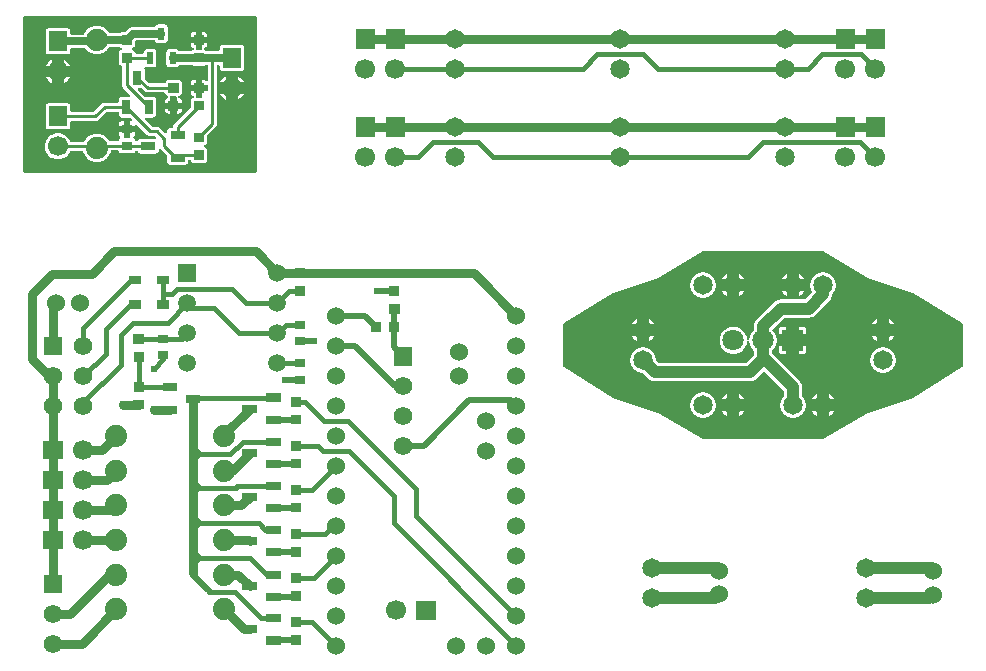
<source format=gtl>
G04 Layer: TopLayer*
G04 EasyEDA v6.4.25, 2021-12-23T21:53:31+01:00*
G04 8dbf8c46b5b441d7b08fc360c6495019,7d3f4a13764643a7838717c5c1d40531,10*
G04 Gerber Generator version 0.2*
G04 Scale: 100 percent, Rotated: No, Reflected: No *
G04 Dimensions in inches *
G04 leading zeros omitted , absolute positions ,3 integer and 6 decimal *
%FSLAX36Y36*%
%MOIN*%

%ADD10C,0.0100*%
%ADD11C,0.0150*%
%ADD12C,0.0300*%
%ADD13C,0.0200*%
%ADD14C,0.0250*%
%ADD15C,0.0400*%
%ADD16C,0.0240*%
%ADD17R,0.0340X0.0318*%
%ADD18R,0.0492X0.0276*%
%ADD20R,0.0354X0.0315*%
%ADD21R,0.0276X0.0492*%
%ADD22R,0.0209X0.0416*%
%ADD23R,0.0394X0.0295*%
%ADD24C,0.0740*%
%ADD25C,0.0600*%
%ADD26C,0.0650*%
%ADD28C,0.0669*%
%ADD29R,0.0620X0.0669*%
%ADD30C,0.0620*%
%ADD31R,0.0620X0.0620*%
%ADD32R,0.0591X0.0591*%
%ADD33C,0.0591*%
%ADD35C,0.0709*%

%LPD*%
G36*
X14200Y1712500D02*
G01*
X12660Y1712800D01*
X11379Y1713680D01*
X10500Y1714960D01*
X10200Y1716500D01*
X10200Y2229540D01*
X10500Y2231080D01*
X11379Y2232380D01*
X12660Y2233240D01*
X14200Y2233540D01*
X783500Y2233540D01*
X785040Y2233240D01*
X786320Y2232380D01*
X787200Y2231080D01*
X787500Y2229540D01*
X787500Y1716500D01*
X787200Y1714960D01*
X786320Y1713680D01*
X785040Y1712800D01*
X783500Y1712500D01*
G37*

%LPC*%
G36*
X499820Y1738620D02*
G01*
X548580Y1738620D01*
X551080Y1738899D01*
X553220Y1739660D01*
X555160Y1740860D01*
X556760Y1742480D01*
X557980Y1744400D01*
X558720Y1746560D01*
X559000Y1749040D01*
X559000Y1751140D01*
X559320Y1752660D01*
X560180Y1753959D01*
X561480Y1754840D01*
X563000Y1755140D01*
X564200Y1755140D01*
X565800Y1754800D01*
X567140Y1753860D01*
X567980Y1752460D01*
X568820Y1750060D01*
X570040Y1748120D01*
X571640Y1746519D01*
X573580Y1745300D01*
X575720Y1744540D01*
X578220Y1744259D01*
X611780Y1744259D01*
X614280Y1744540D01*
X616420Y1745300D01*
X618360Y1746519D01*
X619960Y1748120D01*
X621180Y1750060D01*
X621920Y1752200D01*
X622200Y1754700D01*
X622200Y1786000D01*
X621920Y1788480D01*
X621180Y1790640D01*
X619960Y1792560D01*
X618360Y1794180D01*
X616420Y1795380D01*
X614040Y1796220D01*
X612640Y1797060D01*
X611680Y1798400D01*
X611360Y1800000D01*
X611680Y1801600D01*
X612640Y1802940D01*
X614040Y1803779D01*
X616420Y1804620D01*
X618360Y1805820D01*
X619960Y1807440D01*
X621180Y1809360D01*
X621920Y1811519D01*
X622200Y1814000D01*
X622200Y1833720D01*
X622520Y1835240D01*
X623380Y1836540D01*
X650600Y1863779D01*
X652620Y1866220D01*
X654020Y1868860D01*
X654880Y1871699D01*
X655200Y1874860D01*
X655200Y2068300D01*
X655500Y2069840D01*
X656380Y2071120D01*
X657660Y2072000D01*
X659800Y2072300D01*
X661340Y2072000D01*
X662620Y2071120D01*
X663500Y2069840D01*
X663800Y2068300D01*
X663800Y2061759D01*
X664080Y2059280D01*
X664840Y2057120D01*
X666040Y2055200D01*
X667660Y2053580D01*
X669580Y2052360D01*
X671740Y2051620D01*
X674220Y2051339D01*
X735780Y2051339D01*
X738259Y2051620D01*
X740420Y2052360D01*
X742340Y2053580D01*
X743960Y2055200D01*
X745160Y2057120D01*
X745920Y2059280D01*
X746200Y2061759D01*
X746200Y2128240D01*
X745920Y2130720D01*
X745160Y2132880D01*
X743960Y2134800D01*
X742340Y2136420D01*
X740420Y2137640D01*
X738259Y2138380D01*
X735780Y2138660D01*
X674220Y2138660D01*
X671740Y2138380D01*
X669580Y2137640D01*
X667660Y2136420D01*
X666040Y2134800D01*
X664840Y2132880D01*
X664080Y2130720D01*
X663800Y2128240D01*
X663800Y2121700D01*
X663500Y2120160D01*
X662620Y2118880D01*
X661340Y2118000D01*
X659800Y2117700D01*
X621480Y2117700D01*
X619960Y2118000D01*
X618360Y2119180D01*
X616420Y2120380D01*
X614040Y2121220D01*
X612640Y2122060D01*
X611680Y2123400D01*
X611360Y2125000D01*
X611680Y2126600D01*
X612640Y2127940D01*
X614040Y2128780D01*
X616420Y2129620D01*
X618360Y2130820D01*
X619960Y2132440D01*
X621180Y2134360D01*
X621920Y2136520D01*
X622200Y2139000D01*
X622200Y2144220D01*
X606000Y2144220D01*
X606000Y2125420D01*
X605700Y2123880D01*
X604840Y2122600D01*
X603540Y2121720D01*
X602000Y2121420D01*
X588000Y2121420D01*
X586460Y2121720D01*
X585160Y2122600D01*
X584300Y2123880D01*
X584000Y2125420D01*
X584000Y2144220D01*
X567800Y2144220D01*
X567800Y2139000D01*
X568080Y2136520D01*
X568820Y2134360D01*
X570040Y2132440D01*
X571640Y2130820D01*
X573580Y2129620D01*
X575960Y2128780D01*
X577360Y2127940D01*
X578320Y2126600D01*
X578640Y2125000D01*
X578320Y2123400D01*
X577360Y2122060D01*
X575960Y2121220D01*
X573580Y2120380D01*
X570360Y2118340D01*
X568860Y2118040D01*
X530000Y2118040D01*
X528680Y2118260D01*
X527520Y2118920D01*
X526620Y2119920D01*
X525820Y2121160D01*
X524219Y2122780D01*
X522280Y2124000D01*
X520140Y2124740D01*
X517640Y2125020D01*
X497160Y2125020D01*
X494660Y2124740D01*
X492520Y2124000D01*
X490580Y2122780D01*
X488980Y2121160D01*
X487760Y2119240D01*
X487000Y2117080D01*
X486719Y2114600D01*
X486719Y2103980D01*
X486460Y2102520D01*
X485660Y2100460D01*
X484880Y2096800D01*
X484739Y2093060D01*
X485200Y2089340D01*
X486620Y2084800D01*
X486719Y2083880D01*
X486719Y2073420D01*
X487000Y2070920D01*
X487760Y2068779D01*
X488980Y2066840D01*
X490580Y2065240D01*
X492520Y2064019D01*
X494660Y2063260D01*
X497160Y2062980D01*
X517640Y2062980D01*
X520140Y2063260D01*
X522280Y2064019D01*
X524219Y2065240D01*
X525820Y2066840D01*
X527040Y2068779D01*
X527460Y2069960D01*
X528300Y2071360D01*
X529640Y2072300D01*
X531240Y2072640D01*
X568860Y2072640D01*
X570360Y2072340D01*
X573580Y2070300D01*
X575720Y2069540D01*
X578220Y2069259D01*
X611780Y2069259D01*
X614280Y2069540D01*
X616440Y2070300D01*
X618700Y2071699D01*
X620280Y2072260D01*
X621960Y2072120D01*
X623440Y2071300D01*
X624440Y2069940D01*
X624800Y2068300D01*
X624800Y2021680D01*
X624440Y2020020D01*
X623440Y2018660D01*
X621960Y2017840D01*
X620260Y2017700D01*
X618680Y2018280D01*
X616420Y2019700D01*
X614280Y2020460D01*
X611780Y2020740D01*
X606000Y2020740D01*
X606000Y2005100D01*
X620800Y2005100D01*
X622340Y2004780D01*
X623620Y2003920D01*
X624500Y2002620D01*
X624800Y2001100D01*
X624800Y1988220D01*
X624500Y1986680D01*
X623620Y1985380D01*
X622340Y1984520D01*
X620800Y1984220D01*
X606000Y1984220D01*
X606000Y1965420D01*
X605700Y1963880D01*
X604840Y1962600D01*
X603540Y1961720D01*
X602000Y1961420D01*
X588000Y1961420D01*
X586460Y1961720D01*
X585160Y1962600D01*
X584300Y1963880D01*
X584000Y1965420D01*
X584000Y1984220D01*
X567800Y1984220D01*
X567800Y1979000D01*
X568080Y1976519D01*
X568820Y1974360D01*
X570040Y1972440D01*
X571640Y1970820D01*
X573580Y1969620D01*
X575960Y1968779D01*
X577360Y1967940D01*
X578320Y1966600D01*
X578640Y1965000D01*
X578320Y1963400D01*
X577360Y1962060D01*
X575960Y1961220D01*
X573580Y1960380D01*
X571640Y1959180D01*
X570040Y1957560D01*
X568820Y1955640D01*
X568080Y1953480D01*
X567800Y1951000D01*
X567800Y1931279D01*
X567480Y1929760D01*
X566620Y1928460D01*
X513600Y1875420D01*
X511580Y1872980D01*
X510180Y1870340D01*
X509320Y1867500D01*
X509060Y1864980D01*
X508660Y1863580D01*
X507760Y1862420D01*
X506520Y1861639D01*
X505080Y1861380D01*
X499820Y1861380D01*
X497320Y1861100D01*
X495180Y1860340D01*
X493240Y1859139D01*
X491640Y1857520D01*
X490420Y1855600D01*
X489680Y1853440D01*
X489400Y1850960D01*
X489400Y1846759D01*
X489080Y1845220D01*
X488220Y1843940D01*
X486920Y1843060D01*
X485400Y1842760D01*
X483860Y1843060D01*
X482560Y1843940D01*
X465880Y1860600D01*
X463440Y1862620D01*
X460800Y1864019D01*
X457960Y1864880D01*
X454799Y1865200D01*
X441360Y1865200D01*
X439820Y1865500D01*
X438519Y1866380D01*
X415740Y1889160D01*
X414860Y1890460D01*
X414560Y1892000D01*
X414860Y1893520D01*
X415740Y1894820D01*
X417040Y1895680D01*
X418560Y1896000D01*
X440959Y1896000D01*
X443440Y1896279D01*
X445600Y1897020D01*
X447520Y1898240D01*
X449140Y1899840D01*
X450340Y1901780D01*
X451100Y1903920D01*
X451380Y1906420D01*
X451380Y1955180D01*
X451100Y1957680D01*
X450340Y1959820D01*
X449140Y1961759D01*
X447520Y1963360D01*
X445600Y1964580D01*
X443440Y1965320D01*
X440959Y1965600D01*
X415740Y1965600D01*
X414219Y1965920D01*
X412920Y1966780D01*
X392140Y1987560D01*
X391260Y1988860D01*
X390959Y1990400D01*
X391260Y1991920D01*
X392140Y1993220D01*
X393440Y1994079D01*
X394960Y1994400D01*
X401659Y1994400D01*
X403180Y1994079D01*
X404480Y1993220D01*
X413660Y1984060D01*
X416100Y1982040D01*
X418740Y1980640D01*
X421580Y1979780D01*
X424739Y1979460D01*
X479200Y1979460D01*
X480800Y1979120D01*
X482140Y1978180D01*
X482980Y1976780D01*
X483820Y1974360D01*
X485040Y1972440D01*
X486640Y1970820D01*
X488579Y1969620D01*
X490959Y1968779D01*
X492360Y1967940D01*
X493320Y1966600D01*
X493640Y1965000D01*
X493320Y1963400D01*
X492360Y1962060D01*
X490959Y1961220D01*
X488579Y1960380D01*
X486640Y1959180D01*
X485040Y1957560D01*
X483820Y1955640D01*
X483080Y1953480D01*
X482800Y1951000D01*
X482800Y1945780D01*
X499000Y1945780D01*
X499000Y1964580D01*
X499300Y1966120D01*
X500160Y1967400D01*
X501460Y1968280D01*
X503000Y1968580D01*
X517000Y1968580D01*
X518540Y1968280D01*
X519840Y1967400D01*
X520700Y1966120D01*
X521000Y1964580D01*
X521000Y1945780D01*
X537200Y1945780D01*
X537200Y1951000D01*
X536920Y1953480D01*
X536180Y1955640D01*
X534960Y1957560D01*
X533360Y1959180D01*
X531420Y1960380D01*
X529040Y1961220D01*
X527640Y1962060D01*
X526680Y1963400D01*
X526360Y1965000D01*
X526680Y1966600D01*
X527640Y1967940D01*
X529040Y1968779D01*
X531420Y1969620D01*
X533360Y1970820D01*
X534960Y1972440D01*
X536180Y1974360D01*
X536920Y1976519D01*
X537200Y1979000D01*
X537200Y2010300D01*
X536920Y2012800D01*
X536180Y2014940D01*
X534960Y2016879D01*
X533360Y2018480D01*
X531420Y2019700D01*
X529280Y2020460D01*
X526780Y2020740D01*
X493220Y2020740D01*
X490720Y2020460D01*
X488579Y2019700D01*
X486640Y2018480D01*
X485040Y2016879D01*
X483820Y2014940D01*
X482980Y2012540D01*
X482140Y2011140D01*
X480800Y2010200D01*
X479200Y2009860D01*
X432500Y2009860D01*
X430959Y2010160D01*
X429660Y2011040D01*
X415160Y2025540D01*
X414280Y2026840D01*
X413980Y2028380D01*
X413980Y2053580D01*
X413700Y2056080D01*
X412420Y2059760D01*
X412560Y2061360D01*
X413320Y2062780D01*
X414580Y2063800D01*
X416120Y2064240D01*
X417720Y2064019D01*
X419860Y2063260D01*
X422360Y2062980D01*
X442840Y2062980D01*
X445340Y2063260D01*
X447480Y2064019D01*
X449420Y2065240D01*
X451019Y2066840D01*
X452239Y2068779D01*
X453000Y2070920D01*
X453280Y2073420D01*
X453280Y2114600D01*
X453000Y2117080D01*
X452239Y2119240D01*
X451019Y2121160D01*
X449420Y2122780D01*
X447480Y2124000D01*
X445340Y2124740D01*
X442840Y2125020D01*
X422360Y2125020D01*
X419860Y2124740D01*
X417720Y2124000D01*
X415780Y2122780D01*
X414180Y2121160D01*
X412960Y2119240D01*
X412200Y2117080D01*
X411920Y2114600D01*
X411920Y2113200D01*
X411620Y2111680D01*
X410760Y2110380D01*
X409460Y2109520D01*
X407920Y2109200D01*
X385980Y2109200D01*
X384560Y2109480D01*
X383320Y2110220D01*
X382440Y2111380D01*
X381920Y2113480D01*
X381180Y2115640D01*
X379960Y2117560D01*
X378360Y2119180D01*
X376420Y2120380D01*
X374040Y2121220D01*
X372640Y2122060D01*
X371680Y2123400D01*
X371360Y2125000D01*
X371680Y2126600D01*
X372640Y2127940D01*
X374040Y2128780D01*
X376420Y2129620D01*
X378360Y2130820D01*
X379960Y2132440D01*
X381180Y2134360D01*
X381920Y2136520D01*
X382200Y2139000D01*
X382200Y2148100D01*
X382520Y2149640D01*
X383380Y2150940D01*
X384560Y2152120D01*
X385860Y2152980D01*
X387400Y2153300D01*
X446640Y2153300D01*
X448180Y2152980D01*
X449480Y2152100D01*
X451580Y2148840D01*
X453180Y2147220D01*
X455120Y2146000D01*
X457260Y2145260D01*
X459760Y2144980D01*
X480240Y2144980D01*
X482740Y2145260D01*
X484880Y2146000D01*
X486820Y2147220D01*
X488420Y2148840D01*
X489640Y2150760D01*
X490400Y2152920D01*
X490680Y2155400D01*
X490680Y2165920D01*
X490880Y2167200D01*
X492000Y2170420D01*
X492600Y2174120D01*
X492600Y2177860D01*
X492000Y2181560D01*
X490880Y2184780D01*
X490680Y2186080D01*
X490680Y2196580D01*
X490400Y2199080D01*
X489640Y2201220D01*
X488420Y2203160D01*
X486820Y2204760D01*
X484880Y2205980D01*
X482740Y2206740D01*
X480240Y2207020D01*
X459760Y2207020D01*
X457260Y2206740D01*
X455120Y2205980D01*
X453180Y2204760D01*
X451580Y2203160D01*
X449500Y2199880D01*
X448180Y2199000D01*
X446640Y2198700D01*
X376500Y2198700D01*
X372600Y2198360D01*
X368960Y2197440D01*
X365540Y2195940D01*
X362360Y2193880D01*
X360200Y2191960D01*
X350140Y2181900D01*
X348840Y2181040D01*
X347320Y2180740D01*
X338220Y2180740D01*
X335720Y2180460D01*
X333600Y2179700D01*
X331140Y2178100D01*
X330080Y2177620D01*
X328940Y2177440D01*
X298720Y2177560D01*
X297360Y2177800D01*
X296160Y2178500D01*
X295260Y2179560D01*
X294380Y2181060D01*
X290880Y2185700D01*
X286840Y2189880D01*
X282320Y2193520D01*
X277380Y2196580D01*
X272100Y2199000D01*
X266560Y2200760D01*
X260840Y2201840D01*
X255060Y2202200D01*
X249259Y2201840D01*
X243540Y2200760D01*
X238000Y2199000D01*
X232719Y2196580D01*
X227780Y2193520D01*
X223260Y2189880D01*
X219220Y2185700D01*
X215720Y2181060D01*
X212800Y2176040D01*
X212420Y2175140D01*
X211560Y2173860D01*
X210260Y2173000D01*
X208740Y2172700D01*
X170200Y2172700D01*
X168660Y2173000D01*
X167380Y2173880D01*
X166500Y2175160D01*
X166200Y2176700D01*
X166200Y2183240D01*
X165920Y2185720D01*
X165159Y2187880D01*
X163960Y2189800D01*
X162340Y2191420D01*
X160420Y2192640D01*
X158260Y2193380D01*
X155780Y2193660D01*
X94220Y2193660D01*
X91740Y2193380D01*
X89580Y2192640D01*
X87660Y2191420D01*
X86039Y2189800D01*
X84840Y2187880D01*
X84080Y2185720D01*
X83800Y2183240D01*
X83800Y2116760D01*
X84080Y2114280D01*
X84840Y2112120D01*
X86039Y2110200D01*
X87660Y2108580D01*
X89580Y2107360D01*
X91740Y2106620D01*
X94220Y2106340D01*
X155780Y2106340D01*
X158260Y2106620D01*
X160420Y2107360D01*
X162340Y2108580D01*
X163960Y2110200D01*
X165159Y2112120D01*
X165920Y2114280D01*
X166200Y2116760D01*
X166200Y2123300D01*
X166500Y2124840D01*
X167380Y2126120D01*
X168660Y2127000D01*
X170200Y2127300D01*
X214920Y2127300D01*
X216580Y2126940D01*
X217960Y2125900D01*
X221180Y2122140D01*
X225460Y2118240D01*
X230200Y2114880D01*
X235320Y2112120D01*
X240740Y2110020D01*
X246380Y2108620D01*
X252140Y2107900D01*
X257960Y2107900D01*
X263720Y2108620D01*
X269360Y2110020D01*
X274780Y2112120D01*
X279900Y2114880D01*
X284640Y2118240D01*
X288940Y2122140D01*
X292720Y2126560D01*
X295220Y2130360D01*
X296120Y2131320D01*
X297280Y2131940D01*
X298580Y2132160D01*
X328780Y2132040D01*
X330300Y2131740D01*
X333579Y2129620D01*
X335959Y2128780D01*
X337360Y2127940D01*
X338320Y2126600D01*
X338640Y2125000D01*
X338320Y2123400D01*
X337360Y2122060D01*
X335959Y2121220D01*
X333579Y2120380D01*
X331640Y2119180D01*
X330040Y2117560D01*
X328820Y2115640D01*
X328080Y2113480D01*
X327800Y2111000D01*
X327800Y2079700D01*
X328080Y2077200D01*
X328820Y2075060D01*
X330040Y2073120D01*
X331640Y2071519D01*
X333579Y2070300D01*
X335720Y2069540D01*
X337640Y2069079D01*
X338780Y2068180D01*
X339540Y2066940D01*
X339799Y2065520D01*
X339799Y2003400D01*
X340120Y2000240D01*
X340980Y1997400D01*
X342380Y1994760D01*
X344400Y1992320D01*
X364280Y1972440D01*
X365140Y1971140D01*
X365439Y1969600D01*
X365140Y1968080D01*
X364280Y1966780D01*
X362980Y1965920D01*
X361440Y1965600D01*
X339040Y1965600D01*
X336560Y1965320D01*
X334400Y1964580D01*
X332480Y1963360D01*
X330860Y1961759D01*
X329660Y1959820D01*
X328900Y1957680D01*
X328620Y1955180D01*
X328620Y1950000D01*
X328320Y1948480D01*
X327440Y1947180D01*
X326160Y1946300D01*
X324620Y1946000D01*
X281000Y1946000D01*
X277840Y1945680D01*
X275000Y1944820D01*
X272360Y1943420D01*
X269920Y1941420D01*
X244880Y1916380D01*
X243580Y1915500D01*
X242040Y1915200D01*
X170200Y1915200D01*
X168660Y1915500D01*
X167380Y1916380D01*
X166500Y1917660D01*
X166200Y1919199D01*
X166200Y1933240D01*
X165920Y1935720D01*
X165159Y1937880D01*
X163960Y1939800D01*
X162340Y1941420D01*
X160420Y1942640D01*
X158260Y1943380D01*
X155780Y1943660D01*
X94220Y1943660D01*
X91740Y1943380D01*
X89580Y1942640D01*
X87660Y1941420D01*
X86039Y1939800D01*
X84840Y1937880D01*
X84080Y1935720D01*
X83800Y1933240D01*
X83800Y1866759D01*
X84080Y1864280D01*
X84840Y1862120D01*
X86039Y1860200D01*
X87660Y1858580D01*
X89580Y1857360D01*
X91740Y1856620D01*
X94220Y1856339D01*
X155780Y1856339D01*
X158260Y1856620D01*
X160420Y1857360D01*
X162340Y1858580D01*
X163960Y1860200D01*
X165159Y1862120D01*
X165920Y1864280D01*
X166200Y1866759D01*
X166200Y1880800D01*
X166500Y1882340D01*
X167380Y1883620D01*
X168660Y1884500D01*
X170200Y1884800D01*
X249800Y1884800D01*
X252960Y1885120D01*
X255799Y1885980D01*
X258440Y1887380D01*
X260880Y1889400D01*
X285920Y1914420D01*
X287220Y1915300D01*
X288760Y1915600D01*
X324620Y1915600D01*
X326160Y1915300D01*
X327440Y1914420D01*
X328320Y1913140D01*
X328620Y1911600D01*
X328620Y1906420D01*
X328900Y1903920D01*
X329660Y1901780D01*
X330860Y1899840D01*
X332480Y1898240D01*
X334400Y1897020D01*
X336560Y1896279D01*
X339040Y1896000D01*
X364260Y1896000D01*
X365780Y1895680D01*
X367080Y1894820D01*
X371580Y1890340D01*
X372440Y1889040D01*
X372740Y1887500D01*
X372440Y1885980D01*
X371580Y1884680D01*
X370280Y1883800D01*
X368740Y1883500D01*
X366360Y1883500D01*
X366360Y1867920D01*
X382920Y1867920D01*
X382920Y1869340D01*
X383220Y1870860D01*
X384080Y1872160D01*
X385379Y1873020D01*
X386920Y1873340D01*
X388440Y1873020D01*
X389739Y1872160D01*
X422520Y1839400D01*
X424960Y1837380D01*
X427600Y1835980D01*
X430439Y1835120D01*
X433600Y1834800D01*
X447040Y1834800D01*
X448579Y1834500D01*
X449880Y1833620D01*
X452700Y1830800D01*
X453560Y1829520D01*
X453860Y1827980D01*
X453560Y1826440D01*
X452700Y1825160D01*
X451400Y1824280D01*
X449860Y1823980D01*
X401420Y1823980D01*
X398920Y1823700D01*
X396780Y1822940D01*
X394840Y1821740D01*
X393240Y1820120D01*
X391960Y1818520D01*
X390780Y1817860D01*
X389460Y1817640D01*
X386460Y1817640D01*
X384860Y1817980D01*
X383519Y1818920D01*
X382680Y1820320D01*
X381880Y1822600D01*
X380680Y1824540D01*
X379060Y1826140D01*
X378320Y1826620D01*
X377160Y1827720D01*
X376520Y1829199D01*
X376520Y1830800D01*
X377160Y1832280D01*
X378320Y1833380D01*
X379060Y1833860D01*
X380680Y1835460D01*
X381880Y1837400D01*
X382640Y1839540D01*
X382920Y1842040D01*
X382920Y1847180D01*
X366360Y1847180D01*
X366360Y1832400D01*
X366060Y1830860D01*
X365180Y1829560D01*
X363880Y1828700D01*
X362360Y1828400D01*
X347640Y1828400D01*
X346120Y1828700D01*
X344820Y1829560D01*
X343940Y1830860D01*
X343640Y1832400D01*
X343640Y1847180D01*
X327080Y1847180D01*
X327080Y1842040D01*
X327360Y1839540D01*
X328120Y1837400D01*
X329320Y1835460D01*
X330940Y1833860D01*
X331680Y1833380D01*
X332840Y1832280D01*
X333480Y1830800D01*
X333480Y1829199D01*
X332840Y1827720D01*
X331680Y1826620D01*
X330940Y1826140D01*
X329320Y1824540D01*
X328120Y1822600D01*
X327320Y1820320D01*
X326480Y1818920D01*
X325140Y1817980D01*
X323540Y1817640D01*
X298680Y1817640D01*
X297320Y1817880D01*
X296100Y1818580D01*
X295220Y1819640D01*
X294380Y1821060D01*
X290880Y1825700D01*
X286840Y1829880D01*
X282320Y1833520D01*
X277380Y1836579D01*
X272100Y1839000D01*
X266560Y1840760D01*
X260840Y1841840D01*
X255060Y1842200D01*
X249259Y1841840D01*
X243540Y1840760D01*
X238000Y1839000D01*
X232719Y1836579D01*
X227780Y1833520D01*
X223260Y1829880D01*
X219220Y1825700D01*
X215720Y1821060D01*
X213480Y1817200D01*
X212580Y1816140D01*
X211380Y1815440D01*
X210020Y1815200D01*
X168520Y1815200D01*
X167020Y1815500D01*
X165740Y1816320D01*
X164860Y1817580D01*
X163700Y1820200D01*
X160799Y1824980D01*
X157320Y1829360D01*
X153300Y1833240D01*
X148820Y1836579D01*
X143940Y1839340D01*
X138760Y1841440D01*
X133340Y1842860D01*
X127800Y1843560D01*
X122200Y1843560D01*
X116660Y1842860D01*
X111240Y1841440D01*
X106060Y1839340D01*
X101180Y1836579D01*
X96700Y1833240D01*
X92680Y1829360D01*
X89200Y1824980D01*
X86300Y1820200D01*
X84040Y1815080D01*
X82440Y1809720D01*
X81540Y1804199D01*
X81359Y1798600D01*
X81900Y1793040D01*
X83140Y1787580D01*
X85079Y1782320D01*
X87660Y1777360D01*
X90860Y1772780D01*
X94620Y1768640D01*
X98880Y1765020D01*
X103580Y1761960D01*
X108620Y1759540D01*
X113920Y1757780D01*
X119420Y1756699D01*
X125000Y1756339D01*
X130580Y1756699D01*
X136080Y1757780D01*
X141380Y1759540D01*
X146420Y1761960D01*
X151120Y1765020D01*
X155380Y1768640D01*
X159140Y1772780D01*
X162340Y1777360D01*
X165060Y1782640D01*
X165960Y1783779D01*
X167200Y1784540D01*
X168619Y1784800D01*
X205880Y1784800D01*
X207460Y1784460D01*
X208800Y1783520D01*
X209640Y1782120D01*
X211600Y1776600D01*
X214180Y1771399D01*
X217380Y1766560D01*
X221180Y1762140D01*
X225460Y1758240D01*
X230200Y1754880D01*
X235320Y1752120D01*
X240740Y1750020D01*
X246380Y1748620D01*
X252140Y1747900D01*
X257960Y1747900D01*
X263720Y1748620D01*
X269360Y1750020D01*
X274780Y1752120D01*
X279900Y1754880D01*
X284640Y1758240D01*
X288940Y1762140D01*
X292720Y1766560D01*
X295920Y1771399D01*
X298500Y1776600D01*
X300440Y1782080D01*
X300880Y1784100D01*
X301380Y1785340D01*
X302280Y1786360D01*
X303460Y1787020D01*
X304780Y1787240D01*
X323540Y1787240D01*
X325140Y1786900D01*
X326480Y1785960D01*
X327320Y1784560D01*
X328120Y1782280D01*
X329320Y1780360D01*
X330940Y1778740D01*
X332860Y1777520D01*
X335020Y1776780D01*
X337500Y1776500D01*
X372500Y1776500D01*
X374980Y1776780D01*
X377140Y1777520D01*
X379060Y1778740D01*
X380680Y1780360D01*
X381880Y1782280D01*
X382680Y1784560D01*
X383519Y1785960D01*
X384860Y1786900D01*
X386460Y1787240D01*
X387320Y1787240D01*
X388940Y1786900D01*
X390280Y1785940D01*
X391120Y1784520D01*
X392040Y1781780D01*
X393240Y1779880D01*
X394840Y1778260D01*
X396780Y1777060D01*
X398920Y1776300D01*
X401420Y1776020D01*
X450180Y1776020D01*
X452680Y1776300D01*
X454820Y1777060D01*
X456760Y1778260D01*
X458360Y1779880D01*
X459580Y1781800D01*
X460319Y1783959D01*
X460600Y1786440D01*
X460600Y1788640D01*
X460940Y1790220D01*
X461880Y1791560D01*
X463260Y1792400D01*
X464860Y1792620D01*
X466440Y1792200D01*
X467700Y1791180D01*
X469400Y1789120D01*
X488220Y1770280D01*
X489080Y1768980D01*
X489400Y1767460D01*
X489400Y1749040D01*
X489680Y1746560D01*
X490420Y1744400D01*
X491640Y1742480D01*
X493240Y1740860D01*
X495180Y1739660D01*
X497320Y1738899D01*
G37*
G36*
X327080Y1867920D02*
G01*
X343640Y1867920D01*
X343640Y1883500D01*
X337500Y1883500D01*
X335020Y1883220D01*
X332860Y1882480D01*
X330940Y1881260D01*
X329320Y1879640D01*
X328120Y1877720D01*
X327360Y1875560D01*
X327080Y1873080D01*
G37*
G36*
X493220Y1909259D02*
G01*
X499000Y1909259D01*
X499000Y1924900D01*
X482800Y1924900D01*
X482800Y1919700D01*
X483080Y1917200D01*
X483820Y1915060D01*
X485040Y1913120D01*
X486640Y1911519D01*
X488579Y1910300D01*
X490720Y1909540D01*
G37*
G36*
X521000Y1909259D02*
G01*
X526780Y1909259D01*
X529280Y1909540D01*
X531420Y1910300D01*
X533360Y1911519D01*
X534960Y1913120D01*
X536180Y1915060D01*
X536920Y1917200D01*
X537200Y1919700D01*
X537200Y1924900D01*
X521000Y1924900D01*
G37*
G36*
X724240Y1955900D02*
G01*
X726420Y1956960D01*
X731120Y1960020D01*
X735380Y1963640D01*
X739140Y1967780D01*
X742340Y1972360D01*
X744100Y1975760D01*
X724240Y1975760D01*
G37*
G36*
X685759Y1955900D02*
G01*
X685759Y1975760D01*
X665900Y1975760D01*
X667660Y1972360D01*
X670860Y1967780D01*
X674620Y1963640D01*
X678880Y1960020D01*
X683580Y1956960D01*
G37*
G36*
X567800Y2005100D02*
G01*
X584000Y2005100D01*
X584000Y2020740D01*
X578220Y2020740D01*
X575720Y2020460D01*
X573580Y2019700D01*
X571640Y2018480D01*
X570040Y2016879D01*
X568820Y2014940D01*
X568080Y2012800D01*
X567800Y2010300D01*
G37*
G36*
X144240Y2010900D02*
G01*
X146420Y2011960D01*
X151120Y2015020D01*
X155380Y2018640D01*
X159140Y2022780D01*
X162340Y2027360D01*
X164100Y2030760D01*
X144240Y2030760D01*
G37*
G36*
X105760Y2010900D02*
G01*
X105760Y2030760D01*
X85900Y2030760D01*
X87660Y2027360D01*
X90860Y2022780D01*
X94620Y2018640D01*
X98880Y2015020D01*
X103580Y2011960D01*
G37*
G36*
X724240Y2014240D02*
G01*
X744140Y2014240D01*
X743700Y2015200D01*
X740800Y2019980D01*
X737320Y2024360D01*
X733300Y2028240D01*
X728820Y2031579D01*
X724240Y2034160D01*
G37*
G36*
X665860Y2014240D02*
G01*
X685759Y2014240D01*
X685759Y2034160D01*
X681180Y2031579D01*
X676700Y2028240D01*
X672680Y2024360D01*
X669200Y2019980D01*
X666300Y2015200D01*
G37*
G36*
X144240Y2069240D02*
G01*
X164140Y2069240D01*
X163700Y2070200D01*
X160799Y2074980D01*
X157320Y2079360D01*
X153300Y2083240D01*
X148820Y2086579D01*
X144240Y2089160D01*
G37*
G36*
X85860Y2069240D02*
G01*
X105760Y2069240D01*
X105760Y2089160D01*
X101180Y2086579D01*
X96700Y2083240D01*
X92680Y2079360D01*
X89200Y2074980D01*
X86300Y2070200D01*
G37*
G36*
X606000Y2165100D02*
G01*
X622200Y2165100D01*
X622200Y2170300D01*
X621920Y2172800D01*
X621180Y2174940D01*
X619960Y2176880D01*
X618360Y2178480D01*
X616420Y2179700D01*
X614280Y2180460D01*
X611780Y2180740D01*
X606000Y2180740D01*
G37*
G36*
X567800Y2165100D02*
G01*
X584000Y2165100D01*
X584000Y2180740D01*
X578220Y2180740D01*
X575720Y2180460D01*
X573580Y2179700D01*
X571640Y2178480D01*
X570040Y2176880D01*
X568820Y2174940D01*
X568080Y2172800D01*
X567800Y2170300D01*
G37*

%LPD*%
G36*
X2276080Y825000D02*
G01*
X2275040Y825140D01*
X2274060Y825540D01*
X2125180Y912400D01*
X1975440Y962360D01*
X1974600Y962740D01*
X1811260Y1064460D01*
X1810260Y1065340D01*
X1809600Y1066520D01*
X1809379Y1067840D01*
X1809379Y1207160D01*
X1809600Y1208480D01*
X1810260Y1209660D01*
X1811260Y1210540D01*
X1974600Y1312260D01*
X1975440Y1312640D01*
X2125180Y1362600D01*
X2274060Y1449460D01*
X2275040Y1449860D01*
X2276080Y1450000D01*
X2673920Y1450000D01*
X2674960Y1449860D01*
X2675940Y1449460D01*
X2824820Y1362600D01*
X2974560Y1312640D01*
X2975400Y1312260D01*
X3138740Y1210540D01*
X3139740Y1209660D01*
X3140400Y1208480D01*
X3140620Y1207160D01*
X3140620Y1067840D01*
X3140400Y1066520D01*
X3139740Y1065340D01*
X3138740Y1064460D01*
X2975400Y962740D01*
X2974560Y962360D01*
X2824820Y912400D01*
X2675940Y825540D01*
X2674960Y825140D01*
X2673920Y825000D01*
G37*

%LPC*%
G36*
X2275000Y894800D02*
G01*
X2280580Y895180D01*
X2286040Y896260D01*
X2291340Y898060D01*
X2296340Y900520D01*
X2300980Y903640D01*
X2305180Y907320D01*
X2308860Y911520D01*
X2311980Y916160D01*
X2314440Y921160D01*
X2316240Y926460D01*
X2317320Y931919D01*
X2317700Y937500D01*
X2317320Y943080D01*
X2316240Y948540D01*
X2314440Y953840D01*
X2311980Y958840D01*
X2308860Y963480D01*
X2305180Y967680D01*
X2300980Y971360D01*
X2296340Y974479D01*
X2291340Y976940D01*
X2286040Y978740D01*
X2280580Y979820D01*
X2275000Y980200D01*
X2269420Y979820D01*
X2263960Y978740D01*
X2258660Y976940D01*
X2253660Y974479D01*
X2249020Y971360D01*
X2244820Y967680D01*
X2241140Y963480D01*
X2238020Y958840D01*
X2235560Y953840D01*
X2233760Y948540D01*
X2232680Y943080D01*
X2232300Y937500D01*
X2232680Y931919D01*
X2233760Y926460D01*
X2235560Y921160D01*
X2238020Y916160D01*
X2241140Y911520D01*
X2244820Y907320D01*
X2249020Y903640D01*
X2253660Y900520D01*
X2258660Y898060D01*
X2263960Y896260D01*
X2269420Y895180D01*
G37*
G36*
X2575000Y894800D02*
G01*
X2580580Y895180D01*
X2586040Y896260D01*
X2591340Y898060D01*
X2596340Y900520D01*
X2600980Y903640D01*
X2605179Y907320D01*
X2608860Y911520D01*
X2611980Y916160D01*
X2614440Y921160D01*
X2616240Y926460D01*
X2617320Y931919D01*
X2617700Y937500D01*
X2617320Y943080D01*
X2616240Y948540D01*
X2614440Y953840D01*
X2611980Y958840D01*
X2608860Y963480D01*
X2606200Y966540D01*
X2605460Y967760D01*
X2605200Y969180D01*
X2605179Y997920D01*
X2604840Y1001440D01*
X2604680Y1002420D01*
X2603840Y1005840D01*
X2602180Y1010040D01*
X2601740Y1010920D01*
X2599340Y1014740D01*
X2597080Y1017460D01*
X2506380Y1108200D01*
X2505520Y1109500D01*
X2505220Y1111040D01*
X2505220Y1117300D01*
X2505540Y1118880D01*
X2506480Y1120200D01*
X2508260Y1121900D01*
X2511920Y1126300D01*
X2514980Y1131140D01*
X2517420Y1136320D01*
X2519200Y1141780D01*
X2520280Y1147400D01*
X2520640Y1153120D01*
X2520280Y1158840D01*
X2519200Y1164480D01*
X2517420Y1169920D01*
X2514980Y1175100D01*
X2511920Y1179940D01*
X2508080Y1184540D01*
X2507160Y1185840D01*
X2506820Y1187380D01*
X2507100Y1188960D01*
X2507980Y1190280D01*
X2545740Y1228020D01*
X2547040Y1228900D01*
X2548560Y1229200D01*
X2629120Y1229220D01*
X2632679Y1229540D01*
X2633600Y1229700D01*
X2637080Y1230560D01*
X2637980Y1230860D01*
X2641280Y1232220D01*
X2645179Y1234500D01*
X2645940Y1235040D01*
X2648700Y1237320D01*
X2697080Y1285600D01*
X2699320Y1288300D01*
X2699900Y1289120D01*
X2701720Y1292120D01*
X2702180Y1293040D01*
X2703519Y1296260D01*
X2703840Y1297240D01*
X2704680Y1300620D01*
X2705419Y1307180D01*
X2706160Y1308420D01*
X2708860Y1311519D01*
X2711980Y1316160D01*
X2714440Y1321160D01*
X2716240Y1326459D01*
X2717320Y1331920D01*
X2717700Y1337500D01*
X2717320Y1343080D01*
X2716240Y1348540D01*
X2714440Y1353839D01*
X2711980Y1358839D01*
X2708860Y1363480D01*
X2705179Y1367680D01*
X2700980Y1371360D01*
X2696340Y1374480D01*
X2691340Y1376940D01*
X2686040Y1378740D01*
X2680580Y1379820D01*
X2675000Y1380200D01*
X2669420Y1379820D01*
X2663960Y1378740D01*
X2658660Y1376940D01*
X2653660Y1374480D01*
X2649020Y1371360D01*
X2644820Y1367680D01*
X2641139Y1363480D01*
X2638020Y1358839D01*
X2635560Y1353839D01*
X2633759Y1348540D01*
X2632679Y1343080D01*
X2632300Y1337500D01*
X2632679Y1331920D01*
X2633759Y1326459D01*
X2635560Y1321160D01*
X2638140Y1315920D01*
X2638560Y1314319D01*
X2638279Y1312700D01*
X2637380Y1311320D01*
X2616780Y1290760D01*
X2615480Y1289900D01*
X2613960Y1289600D01*
X2533340Y1289580D01*
X2529820Y1289240D01*
X2528860Y1289079D01*
X2525420Y1288240D01*
X2521220Y1286579D01*
X2520360Y1286140D01*
X2517320Y1284300D01*
X2516520Y1283740D01*
X2513800Y1281480D01*
X2452920Y1220600D01*
X2450660Y1217880D01*
X2450100Y1217080D01*
X2448280Y1214060D01*
X2447840Y1213180D01*
X2446480Y1209920D01*
X2445320Y1205560D01*
X2445160Y1204580D01*
X2444840Y1201060D01*
X2444820Y1188960D01*
X2444480Y1187380D01*
X2443540Y1186060D01*
X2441740Y1184360D01*
X2438100Y1179940D01*
X2435020Y1175100D01*
X2432580Y1169920D01*
X2430820Y1164480D01*
X2429720Y1158740D01*
X2429120Y1157280D01*
X2428020Y1156160D01*
X2426580Y1155560D01*
X2425000Y1155560D01*
X2423560Y1156160D01*
X2422460Y1157280D01*
X2421860Y1158740D01*
X2420760Y1164480D01*
X2419000Y1169920D01*
X2416560Y1175100D01*
X2413480Y1179940D01*
X2409840Y1184360D01*
X2405660Y1188280D01*
X2401020Y1191640D01*
X2396000Y1194400D01*
X2390680Y1196520D01*
X2385120Y1197940D01*
X2379440Y1198660D01*
X2373720Y1198660D01*
X2368020Y1197940D01*
X2362480Y1196520D01*
X2357140Y1194400D01*
X2352120Y1191640D01*
X2347500Y1188280D01*
X2343320Y1184360D01*
X2339660Y1179940D01*
X2336600Y1175100D01*
X2334160Y1169920D01*
X2332380Y1164480D01*
X2331300Y1158840D01*
X2330940Y1153120D01*
X2331300Y1147400D01*
X2332380Y1141780D01*
X2334160Y1136320D01*
X2336600Y1131140D01*
X2339660Y1126300D01*
X2343320Y1121900D01*
X2347500Y1117980D01*
X2352120Y1114600D01*
X2357140Y1111840D01*
X2362480Y1109740D01*
X2368020Y1108300D01*
X2373720Y1107580D01*
X2379440Y1107580D01*
X2385120Y1108300D01*
X2390680Y1109740D01*
X2396000Y1111840D01*
X2401020Y1114600D01*
X2405660Y1117980D01*
X2409840Y1121900D01*
X2413480Y1126300D01*
X2416560Y1131140D01*
X2419000Y1136320D01*
X2420760Y1141780D01*
X2421860Y1147520D01*
X2422460Y1148960D01*
X2423560Y1150080D01*
X2425000Y1150680D01*
X2426580Y1150680D01*
X2428020Y1150080D01*
X2429120Y1148960D01*
X2429720Y1147520D01*
X2430820Y1141780D01*
X2432580Y1136320D01*
X2435020Y1131140D01*
X2438100Y1126300D01*
X2441740Y1121900D01*
X2443540Y1120200D01*
X2444480Y1118880D01*
X2444820Y1117280D01*
X2444820Y1104760D01*
X2444500Y1103220D01*
X2443640Y1101920D01*
X2419960Y1078240D01*
X2418660Y1077380D01*
X2417140Y1077080D01*
X2129800Y1077080D01*
X2128260Y1077380D01*
X2126960Y1078240D01*
X2118760Y1086460D01*
X2117940Y1087640D01*
X2117600Y1089020D01*
X2117320Y1093080D01*
X2116240Y1098540D01*
X2114440Y1103840D01*
X2111980Y1108840D01*
X2108860Y1113480D01*
X2105180Y1117680D01*
X2100980Y1121360D01*
X2096339Y1124480D01*
X2091339Y1126940D01*
X2086040Y1128740D01*
X2080580Y1129820D01*
X2075000Y1130200D01*
X2069420Y1129820D01*
X2063959Y1128740D01*
X2058660Y1126940D01*
X2053660Y1124480D01*
X2049019Y1121360D01*
X2044820Y1117680D01*
X2041140Y1113480D01*
X2038020Y1108840D01*
X2035560Y1103840D01*
X2033760Y1098540D01*
X2032680Y1093080D01*
X2032300Y1087500D01*
X2032680Y1081920D01*
X2033760Y1076460D01*
X2035560Y1071160D01*
X2038020Y1066160D01*
X2041140Y1061520D01*
X2044820Y1057320D01*
X2049019Y1053640D01*
X2053660Y1050520D01*
X2058660Y1048060D01*
X2063959Y1046260D01*
X2069420Y1045180D01*
X2073480Y1044900D01*
X2074860Y1044560D01*
X2076040Y1043740D01*
X2095040Y1024780D01*
X2098560Y1021960D01*
X2101580Y1020140D01*
X2102460Y1019700D01*
X2105720Y1018340D01*
X2110080Y1017180D01*
X2111060Y1017020D01*
X2114580Y1016700D01*
X2432360Y1016700D01*
X2435880Y1017020D01*
X2436840Y1017180D01*
X2440280Y1018040D01*
X2441200Y1018340D01*
X2444460Y1019700D01*
X2445340Y1020140D01*
X2448380Y1021960D01*
X2451900Y1024780D01*
X2475320Y1048180D01*
X2476620Y1049060D01*
X2478140Y1049360D01*
X2479680Y1049060D01*
X2480980Y1048180D01*
X2543620Y985540D01*
X2544500Y984240D01*
X2544800Y982700D01*
X2544800Y969180D01*
X2544540Y967760D01*
X2543800Y966540D01*
X2541140Y963480D01*
X2538020Y958840D01*
X2535560Y953840D01*
X2533760Y948540D01*
X2532680Y943080D01*
X2532300Y937500D01*
X2532680Y931919D01*
X2533760Y926460D01*
X2535560Y921160D01*
X2538020Y916160D01*
X2541140Y911520D01*
X2544820Y907320D01*
X2549020Y903640D01*
X2553660Y900520D01*
X2558660Y898060D01*
X2563960Y896260D01*
X2569420Y895180D01*
G37*
G36*
X2656259Y899240D02*
G01*
X2656259Y918740D01*
X2636740Y918740D01*
X2638020Y916160D01*
X2641139Y911520D01*
X2644820Y907320D01*
X2649020Y903640D01*
X2653660Y900520D01*
G37*
G36*
X2393760Y899240D02*
G01*
X2396340Y900520D01*
X2400980Y903640D01*
X2405180Y907320D01*
X2408860Y911520D01*
X2411980Y916160D01*
X2413260Y918740D01*
X2393760Y918740D01*
G37*
G36*
X2356260Y899240D02*
G01*
X2356260Y918740D01*
X2336740Y918740D01*
X2338020Y916160D01*
X2341140Y911520D01*
X2344820Y907320D01*
X2349020Y903640D01*
X2353660Y900520D01*
G37*
G36*
X2693759Y899240D02*
G01*
X2696340Y900520D01*
X2700980Y903640D01*
X2705179Y907320D01*
X2708860Y911520D01*
X2711980Y916160D01*
X2713260Y918740D01*
X2693759Y918740D01*
G37*
G36*
X2393760Y956240D02*
G01*
X2413260Y956240D01*
X2411980Y958840D01*
X2408860Y963480D01*
X2405180Y967680D01*
X2400980Y971360D01*
X2396340Y974479D01*
X2393760Y975759D01*
G37*
G36*
X2636740Y956240D02*
G01*
X2656259Y956240D01*
X2656259Y975759D01*
X2653660Y974479D01*
X2649020Y971360D01*
X2644820Y967680D01*
X2641139Y963480D01*
X2638020Y958840D01*
G37*
G36*
X2336740Y956240D02*
G01*
X2356260Y956240D01*
X2356260Y975759D01*
X2353660Y974479D01*
X2349020Y971360D01*
X2344820Y967680D01*
X2341140Y963480D01*
X2338020Y958840D01*
G37*
G36*
X2693759Y956240D02*
G01*
X2713260Y956240D01*
X2711980Y958840D01*
X2708860Y963480D01*
X2705179Y967680D01*
X2700980Y971360D01*
X2696340Y974479D01*
X2693759Y975759D01*
G37*
G36*
X2875000Y1044800D02*
G01*
X2880580Y1045180D01*
X2886040Y1046260D01*
X2891340Y1048060D01*
X2896340Y1050520D01*
X2900980Y1053640D01*
X2905179Y1057320D01*
X2908860Y1061520D01*
X2911980Y1066160D01*
X2914440Y1071160D01*
X2916240Y1076460D01*
X2917320Y1081920D01*
X2917700Y1087500D01*
X2917320Y1093080D01*
X2916240Y1098540D01*
X2914440Y1103840D01*
X2911980Y1108840D01*
X2908860Y1113480D01*
X2905179Y1117680D01*
X2900980Y1121360D01*
X2896340Y1124480D01*
X2891340Y1126940D01*
X2886040Y1128740D01*
X2880580Y1129820D01*
X2875000Y1130200D01*
X2869420Y1129820D01*
X2863960Y1128740D01*
X2858660Y1126940D01*
X2853660Y1124480D01*
X2849020Y1121360D01*
X2844820Y1117680D01*
X2841139Y1113480D01*
X2838020Y1108840D01*
X2835560Y1103840D01*
X2833759Y1098540D01*
X2832679Y1093080D01*
X2832300Y1087500D01*
X2832679Y1081920D01*
X2833759Y1076460D01*
X2835560Y1071160D01*
X2838020Y1066160D01*
X2841139Y1061520D01*
X2844820Y1057320D01*
X2849020Y1053640D01*
X2853660Y1050520D01*
X2858660Y1048060D01*
X2863960Y1046260D01*
X2869420Y1045180D01*
G37*
G36*
X2538220Y1107500D02*
G01*
X2553200Y1107500D01*
X2553200Y1132900D01*
X2527800Y1132900D01*
X2527800Y1117920D01*
X2528080Y1115420D01*
X2528820Y1113280D01*
X2530040Y1111340D01*
X2531640Y1109740D01*
X2533580Y1108520D01*
X2535720Y1107780D01*
G37*
G36*
X2593639Y1107500D02*
G01*
X2608639Y1107500D01*
X2611120Y1107780D01*
X2613279Y1108520D01*
X2615200Y1109740D01*
X2616820Y1111340D01*
X2618020Y1113280D01*
X2618780Y1115420D01*
X2619060Y1117920D01*
X2619060Y1132900D01*
X2593639Y1132900D01*
G37*
G36*
X2893759Y1149240D02*
G01*
X2896340Y1150520D01*
X2900980Y1153640D01*
X2905179Y1157320D01*
X2908860Y1161520D01*
X2911980Y1166160D01*
X2913260Y1168740D01*
X2893759Y1168740D01*
G37*
G36*
X2856259Y1149240D02*
G01*
X2856259Y1168740D01*
X2836740Y1168740D01*
X2838020Y1166160D01*
X2841139Y1161520D01*
X2844820Y1157320D01*
X2849020Y1153640D01*
X2853660Y1150520D01*
G37*
G36*
X2093760Y1149240D02*
G01*
X2096339Y1150520D01*
X2100980Y1153640D01*
X2105180Y1157320D01*
X2108860Y1161520D01*
X2111980Y1166160D01*
X2113260Y1168740D01*
X2093760Y1168740D01*
G37*
G36*
X2056260Y1149240D02*
G01*
X2056260Y1168740D01*
X2036740Y1168740D01*
X2038020Y1166160D01*
X2041140Y1161520D01*
X2044820Y1157320D01*
X2049019Y1153640D01*
X2053660Y1150520D01*
G37*
G36*
X2593639Y1173340D02*
G01*
X2619060Y1173340D01*
X2619060Y1188340D01*
X2618780Y1190820D01*
X2618020Y1192980D01*
X2616820Y1194900D01*
X2615200Y1196520D01*
X2613279Y1197720D01*
X2611120Y1198480D01*
X2608639Y1198760D01*
X2593639Y1198760D01*
G37*
G36*
X2527800Y1173340D02*
G01*
X2553200Y1173340D01*
X2553200Y1198760D01*
X2538220Y1198760D01*
X2535720Y1198480D01*
X2533580Y1197720D01*
X2531640Y1196520D01*
X2530040Y1194900D01*
X2528820Y1192980D01*
X2528080Y1190820D01*
X2527800Y1188340D01*
G37*
G36*
X2036740Y1206240D02*
G01*
X2056260Y1206240D01*
X2056260Y1225760D01*
X2053660Y1224480D01*
X2049019Y1221360D01*
X2044820Y1217680D01*
X2041140Y1213480D01*
X2038020Y1208840D01*
G37*
G36*
X2893759Y1206240D02*
G01*
X2913260Y1206240D01*
X2911980Y1208840D01*
X2908860Y1213480D01*
X2905179Y1217680D01*
X2900980Y1221360D01*
X2896340Y1224480D01*
X2893759Y1225760D01*
G37*
G36*
X2836740Y1206240D02*
G01*
X2856259Y1206240D01*
X2856259Y1225760D01*
X2853660Y1224480D01*
X2849020Y1221360D01*
X2844820Y1217680D01*
X2841139Y1213480D01*
X2838020Y1208840D01*
G37*
G36*
X2093760Y1206240D02*
G01*
X2113260Y1206240D01*
X2111980Y1208840D01*
X2108860Y1213480D01*
X2105180Y1217680D01*
X2100980Y1221360D01*
X2096339Y1224480D01*
X2093760Y1225760D01*
G37*
G36*
X2275000Y1294800D02*
G01*
X2280580Y1295180D01*
X2286040Y1296260D01*
X2291340Y1298060D01*
X2296340Y1300520D01*
X2300980Y1303640D01*
X2305180Y1307320D01*
X2308860Y1311519D01*
X2311980Y1316160D01*
X2314440Y1321160D01*
X2316240Y1326459D01*
X2317320Y1331920D01*
X2317700Y1337500D01*
X2317320Y1343080D01*
X2316240Y1348540D01*
X2314440Y1353839D01*
X2311980Y1358839D01*
X2308860Y1363480D01*
X2305180Y1367680D01*
X2300980Y1371360D01*
X2296340Y1374480D01*
X2291340Y1376940D01*
X2286040Y1378740D01*
X2280580Y1379820D01*
X2275000Y1380200D01*
X2269420Y1379820D01*
X2263960Y1378740D01*
X2258660Y1376940D01*
X2253660Y1374480D01*
X2249020Y1371360D01*
X2244820Y1367680D01*
X2241140Y1363480D01*
X2238020Y1358839D01*
X2235560Y1353839D01*
X2233760Y1348540D01*
X2232680Y1343080D01*
X2232300Y1337500D01*
X2232680Y1331920D01*
X2233760Y1326459D01*
X2235560Y1321160D01*
X2238020Y1316160D01*
X2241140Y1311519D01*
X2244820Y1307320D01*
X2249020Y1303640D01*
X2253660Y1300520D01*
X2258660Y1298060D01*
X2263960Y1296260D01*
X2269420Y1295180D01*
G37*
G36*
X2593759Y1299240D02*
G01*
X2596340Y1300520D01*
X2600980Y1303640D01*
X2605179Y1307320D01*
X2608860Y1311519D01*
X2611980Y1316160D01*
X2613260Y1318740D01*
X2593759Y1318740D01*
G37*
G36*
X2356260Y1299240D02*
G01*
X2356260Y1318740D01*
X2336740Y1318740D01*
X2338020Y1316160D01*
X2341140Y1311519D01*
X2344820Y1307320D01*
X2349020Y1303640D01*
X2353660Y1300520D01*
G37*
G36*
X2556260Y1299240D02*
G01*
X2556260Y1318740D01*
X2536740Y1318740D01*
X2538020Y1316160D01*
X2541140Y1311519D01*
X2544820Y1307320D01*
X2549020Y1303640D01*
X2553660Y1300520D01*
G37*
G36*
X2393760Y1299240D02*
G01*
X2396340Y1300520D01*
X2400980Y1303640D01*
X2405180Y1307320D01*
X2408860Y1311519D01*
X2411980Y1316160D01*
X2413260Y1318740D01*
X2393760Y1318740D01*
G37*
G36*
X2593759Y1356240D02*
G01*
X2613260Y1356240D01*
X2611980Y1358839D01*
X2608860Y1363480D01*
X2605179Y1367680D01*
X2600980Y1371360D01*
X2596340Y1374480D01*
X2593759Y1375760D01*
G37*
G36*
X2336740Y1356240D02*
G01*
X2356260Y1356240D01*
X2356260Y1375760D01*
X2353660Y1374480D01*
X2349020Y1371360D01*
X2344820Y1367680D01*
X2341140Y1363480D01*
X2338020Y1358839D01*
G37*
G36*
X2536740Y1356240D02*
G01*
X2556260Y1356240D01*
X2556260Y1375760D01*
X2553660Y1374480D01*
X2549020Y1371360D01*
X2544820Y1367680D01*
X2541140Y1363480D01*
X2538020Y1358839D01*
G37*
G36*
X2393760Y1356240D02*
G01*
X2413260Y1356240D01*
X2411980Y1358839D01*
X2408860Y1363480D01*
X2405180Y1367680D01*
X2400980Y1371360D01*
X2396340Y1374480D01*
X2393760Y1375760D01*
G37*

%LPD*%
G36*
X571880Y818760D02*
G01*
X571880Y731260D01*
X603120Y768760D01*
X603120Y781260D01*
G37*
G36*
X621840Y337520D02*
G01*
X621840Y318780D01*
X646840Y318780D01*
G37*
G36*
X590600Y409400D02*
G01*
X574980Y368780D01*
X590600Y368780D01*
G37*
G36*
X571880Y471880D02*
G01*
X571880Y384380D01*
X603120Y421880D01*
X603120Y434380D01*
G37*
G36*
X571880Y587500D02*
G01*
X571880Y500000D01*
X603120Y537500D01*
X603120Y550000D01*
G37*
G36*
X571880Y706260D02*
G01*
X571880Y618760D01*
X603120Y656260D01*
X603120Y668760D01*
G37*
D11*
X856300Y1278099D02*
G01*
X753200Y1278099D01*
X706300Y1325000D01*
X521100Y1325000D01*
X505502Y1309402D01*
X474324Y1309402D01*
X209400Y1134400D02*
G01*
X209400Y1193800D01*
X368699Y1353099D01*
X381999Y1353099D01*
X209380Y1034369D02*
G01*
X284369Y1109360D01*
X284369Y1190619D01*
X365619Y1271869D01*
X381959Y1271869D01*
D12*
X109400Y1034400D02*
G01*
X93800Y1034400D01*
X37500Y1090599D01*
X37500Y1306199D01*
X106300Y1375000D01*
X237500Y1375000D01*
X312500Y1450000D01*
X784399Y1450000D01*
X856300Y1378099D01*
D11*
X474324Y1271900D02*
G01*
X474324Y1353099D01*
X1250000Y1765625D02*
G01*
X1325000Y1765625D01*
X1375000Y1815625D01*
X1525000Y1815625D01*
X1575000Y1765625D01*
X2000000Y1765625D01*
X2000000Y1765625D02*
G01*
X2425000Y1765625D01*
X2475000Y1815625D01*
X2800000Y1815625D01*
X2850000Y1765625D01*
D12*
X1150000Y1865625D02*
G01*
X2850000Y1865625D01*
D11*
X2550000Y2058099D02*
G01*
X2625000Y2058099D01*
X2673100Y2106199D01*
X2801899Y2106199D01*
X2850000Y2058099D01*
X1450000Y2058099D02*
G01*
X1875000Y2058099D01*
X1923100Y2106199D01*
X2076899Y2106199D01*
X2125000Y2058099D01*
X2550000Y2058099D01*
X393750Y998411D02*
G01*
X395390Y996770D01*
X498130Y996770D01*
X475010Y1103688D02*
G01*
X475010Y1090630D01*
X443750Y1059369D01*
X918750Y654659D02*
G01*
X973400Y654659D01*
X1053119Y734380D01*
X918750Y214029D02*
G01*
X973469Y214029D01*
X1053119Y134380D01*
X1053119Y434380D02*
G01*
X979650Y360909D01*
X918750Y360909D01*
D12*
X680000Y256250D02*
G01*
X745630Y190619D01*
X763760Y190619D01*
X680000Y371869D02*
G01*
X726260Y371869D01*
X763760Y334369D01*
X680000Y487500D02*
G01*
X760630Y487500D01*
X763760Y484369D01*
X680000Y603119D02*
G01*
X735630Y603119D01*
X763760Y631250D01*
D13*
X918750Y301588D02*
G01*
X914130Y296970D01*
X842500Y296970D01*
X918750Y154708D02*
G01*
X917260Y153220D01*
X842500Y153220D01*
D11*
X393760Y1098469D02*
G01*
X393760Y998420D01*
X393750Y998409D01*
D13*
X842500Y593850D02*
G01*
X843989Y595338D01*
X918750Y595338D01*
X842500Y740720D02*
G01*
X842500Y740720D01*
X851869Y740720D01*
X851869Y740720D01*
X853359Y742208D01*
X918750Y742208D01*
D11*
X918750Y507779D02*
G01*
X1014025Y507779D01*
X1040625Y534380D01*
X1053119Y534380D01*
D13*
X1245288Y1196869D02*
G01*
X1245288Y1129711D01*
X1275000Y1100000D01*
D10*
X355000Y2095338D02*
G01*
X355000Y2003200D01*
X427402Y1930801D01*
X390000Y2029198D02*
G01*
X424540Y1994661D01*
X510000Y1994661D01*
X524198Y1762600D02*
G01*
X531938Y1770338D01*
X595000Y1770338D01*
X352597Y1930801D02*
G01*
X433402Y1850000D01*
X455000Y1850000D01*
X480000Y1825000D01*
X480000Y1800000D01*
X480000Y1800000D02*
G01*
X517402Y1762600D01*
X524198Y1762600D01*
D14*
X595000Y2095338D02*
G01*
X595336Y2095000D01*
X705000Y2095000D01*
D10*
X355000Y2095338D02*
G01*
X356332Y2094009D01*
X432597Y2094009D01*
D14*
X507402Y2094009D02*
G01*
X508730Y2095338D01*
X595000Y2095338D01*
D10*
X524198Y1837399D02*
G01*
X524198Y1864538D01*
X595000Y1935338D01*
X595000Y1829661D02*
G01*
X640000Y1874661D01*
X640000Y2095000D01*
X425801Y1800000D02*
G01*
X423364Y1802438D01*
X355000Y1802438D01*
D14*
X355000Y2154661D02*
G01*
X376332Y2175990D01*
X470000Y2175990D01*
D10*
X125000Y1800000D02*
G01*
X250000Y1800000D01*
X255000Y1795000D01*
X355000Y1802438D02*
G01*
X262440Y1802438D01*
X255000Y1795000D01*
D14*
X255000Y2155000D02*
G01*
X355000Y2154661D01*
D10*
X125000Y1900000D02*
G01*
X250000Y1900000D01*
X280801Y1930801D01*
X352597Y1930801D01*
D14*
X125000Y2150000D02*
G01*
X250000Y2150000D01*
X255000Y2155000D01*
D11*
X475005Y1158809D02*
G01*
X394785Y1158809D01*
X393755Y1157779D01*
X556250Y1262500D02*
G01*
X643798Y1262500D01*
X728179Y1178119D01*
X856250Y1178119D01*
X856250Y1178119D02*
G01*
X883810Y1205680D01*
X931250Y1205680D01*
X856250Y1278119D02*
G01*
X895339Y1317210D01*
X931250Y1317210D01*
X475010Y1158811D02*
G01*
X536941Y1158811D01*
X556250Y1178119D01*
X856250Y1078119D02*
G01*
X856819Y1077550D01*
X931250Y1077550D01*
X576869Y959369D02*
G01*
X576869Y962310D01*
X576961Y962399D01*
X842500Y962399D01*
D12*
X680000Y718750D02*
G01*
X704389Y718750D01*
X763760Y778119D01*
X680000Y834375D02*
G01*
X680000Y841239D01*
X763760Y925000D01*
D13*
X842500Y446970D02*
G01*
X843994Y448463D01*
X918750Y448463D01*
X842494Y887600D02*
G01*
X842500Y887600D01*
X842500Y887600D01*
X848750Y887600D01*
X850239Y889088D01*
X918750Y889088D01*
D11*
X918800Y948400D02*
G01*
X948500Y948400D01*
X1012500Y884400D01*
X1090600Y884400D01*
X1318800Y656199D01*
X1318800Y568699D01*
X1653100Y234400D01*
D12*
X209380Y687500D02*
G01*
X288750Y687500D01*
X320000Y718750D01*
X209375Y787500D02*
G01*
X273125Y787500D01*
X320000Y834375D01*
X320000Y603119D02*
G01*
X304380Y587500D01*
X209380Y587500D01*
X209380Y487500D02*
G01*
X320000Y487500D01*
D11*
X209400Y934400D02*
G01*
X209400Y946900D01*
X334400Y1071900D01*
X334400Y1171900D01*
X375000Y1212500D01*
X490599Y1212500D01*
X556300Y1278099D01*
D12*
X120030Y1278119D02*
G01*
X109375Y1267465D01*
X109375Y1134375D01*
D13*
X931250Y1022438D02*
G01*
X881818Y1022438D01*
X881250Y1021869D01*
D12*
X109380Y140619D02*
G01*
X204369Y140619D01*
X320000Y256250D01*
X109380Y240619D02*
G01*
X165619Y240619D01*
X296898Y371898D01*
X320000Y371898D01*
X573726Y378101D02*
G01*
X576869Y381244D01*
X576869Y959369D01*
D13*
X575000Y378125D02*
G01*
X575000Y371925D01*
X625000Y321925D01*
X1246880Y1257840D02*
G01*
X1245282Y1256242D01*
X1245282Y1196875D01*
X1185959Y1196860D02*
G01*
X1148450Y1234369D01*
X1053119Y1234369D01*
X1053119Y1134380D02*
G01*
X1115619Y1134380D01*
X1250000Y1000000D01*
X1275000Y1000000D01*
X978130Y1150000D02*
G01*
X931819Y1150000D01*
X931250Y1150569D01*
X1275000Y800000D02*
G01*
X1343750Y800000D01*
X1496850Y953101D01*
X1634399Y953101D01*
X1653100Y934398D01*
D12*
X109375Y934375D02*
G01*
X109398Y340619D01*
X109380Y340619D01*
X856250Y1378125D02*
G01*
X857844Y1376529D01*
X931250Y1376529D01*
X931250Y1376529D02*
G01*
X1510969Y1376529D01*
X1653119Y1234380D01*
D13*
X1187500Y1318750D02*
G01*
X1189089Y1317159D01*
X1246875Y1317159D01*
D12*
X443750Y921869D02*
G01*
X443850Y921970D01*
X498130Y921970D01*
D11*
X628123Y315626D02*
G01*
X624998Y321876D01*
X842500Y228020D02*
G01*
X803181Y228020D01*
X715601Y315601D01*
X628125Y315625D01*
X842500Y371770D02*
G01*
X821931Y371770D01*
X765600Y428101D01*
X573798Y428101D01*
X842500Y521770D02*
G01*
X815631Y521770D01*
X793701Y543701D01*
X581298Y543701D01*
X575000Y550000D01*
X842500Y668649D02*
G01*
X723350Y668649D01*
X717199Y662500D01*
X573755Y662500D01*
X842500Y815520D02*
G01*
X740520Y815520D01*
X700000Y775000D01*
X575000Y775000D01*
D12*
X393755Y939079D02*
G01*
X392164Y937489D01*
X340630Y937489D01*
X109380Y1034369D02*
G01*
X109380Y921880D01*
X109375Y921875D01*
D11*
X1653100Y134299D02*
G01*
X1243800Y543600D01*
X1243800Y634299D01*
X1093699Y784299D01*
X1009300Y784299D01*
X992100Y801500D01*
X918800Y801500D01*
X1250000Y2058125D02*
G01*
X1450000Y2058125D01*
D12*
X1150000Y2158125D02*
G01*
X2850000Y2158125D01*
D15*
X2106250Y393750D02*
G01*
X2319354Y393750D01*
X2328130Y384976D01*
X2106250Y293750D02*
G01*
X2315604Y293750D01*
X2328130Y306273D01*
X2818750Y393750D02*
G01*
X3031229Y393750D01*
X3040630Y384351D01*
X2818750Y293750D02*
G01*
X3028729Y293750D01*
X3040630Y305648D01*
X2675000Y1337500D02*
G01*
X2675000Y1306201D01*
X2628100Y1259398D01*
X2534399Y1259398D01*
X2475010Y1200010D01*
X2475010Y1153119D01*
X2575000Y937500D02*
G01*
X2575000Y996875D01*
X2475010Y1096864D01*
X2475010Y1153119D01*
X2475010Y1153119D02*
G01*
X2475010Y1090585D01*
X2431298Y1046875D01*
X2115625Y1046875D01*
X2075000Y1087500D01*
G36*
X901791Y170619D02*
G01*
X935807Y170619D01*
X935807Y138868D01*
X901791Y138868D01*
G37*
D17*
G01*
X918800Y214059D03*
G36*
X901791Y317420D02*
G01*
X935807Y317420D01*
X935807Y285668D01*
X901791Y285668D01*
G37*
G01*
X918800Y360859D03*
G36*
X901791Y464319D02*
G01*
X935807Y464319D01*
X935807Y432568D01*
X901791Y432568D01*
G37*
G01*
X918800Y507759D03*
G36*
X901791Y611219D02*
G01*
X935807Y611219D01*
X935807Y579468D01*
X901791Y579468D01*
G37*
G01*
X918800Y654659D03*
G36*
X901791Y758119D02*
G01*
X935807Y758119D01*
X935807Y726368D01*
X901791Y726368D01*
G37*
G01*
X918800Y801559D03*
G36*
X901791Y904920D02*
G01*
X935807Y904920D01*
X935807Y873168D01*
X901791Y873168D01*
G37*
G01*
X918800Y948359D03*
D18*
G01*
X498130Y996799D03*
G01*
X498130Y921999D03*
G01*
X576869Y959400D03*
G36*
X817863Y166979D02*
G01*
X867075Y166979D01*
X867075Y139420D01*
X817863Y139420D01*
G37*
G36*
X817863Y241779D02*
G01*
X867075Y241779D01*
X867075Y214220D01*
X817863Y214220D01*
G37*
G36*
X739124Y204378D02*
G01*
X788335Y204378D01*
X788335Y176819D01*
X739124Y176819D01*
G37*
G36*
X817863Y310779D02*
G01*
X867075Y310779D01*
X867075Y283220D01*
X817863Y283220D01*
G37*
G36*
X817863Y385578D02*
G01*
X867075Y385578D01*
X867075Y358020D01*
X817863Y358020D01*
G37*
G36*
X739124Y348179D02*
G01*
X788335Y348179D01*
X788335Y320619D01*
X739124Y320619D01*
G37*
G36*
X817863Y460779D02*
G01*
X867075Y460779D01*
X867075Y433220D01*
X817863Y433220D01*
G37*
G36*
X817863Y535578D02*
G01*
X867075Y535578D01*
X867075Y508020D01*
X817863Y508020D01*
G37*
G36*
X739124Y498179D02*
G01*
X788335Y498179D01*
X788335Y470619D01*
X739124Y470619D01*
G37*
G36*
X817863Y607579D02*
G01*
X867075Y607579D01*
X867075Y580019D01*
X817863Y580019D01*
G37*
G36*
X817863Y682379D02*
G01*
X867075Y682379D01*
X867075Y654819D01*
X817863Y654819D01*
G37*
G36*
X739124Y644978D02*
G01*
X788335Y644978D01*
X788335Y617420D01*
X739124Y617420D01*
G37*
G36*
X817863Y754479D02*
G01*
X867075Y754479D01*
X867075Y726920D01*
X817863Y726920D01*
G37*
G36*
X817863Y829279D02*
G01*
X867075Y829279D01*
X867075Y801720D01*
X817863Y801720D01*
G37*
G36*
X739124Y791878D02*
G01*
X788335Y791878D01*
X788335Y764319D01*
X739124Y764319D01*
G37*
G36*
X817863Y901379D02*
G01*
X867075Y901379D01*
X867075Y873820D01*
X817863Y873820D01*
G37*
G36*
X817863Y976179D02*
G01*
X867075Y976179D01*
X867075Y948620D01*
X817863Y948620D01*
G37*
G36*
X739124Y938778D02*
G01*
X788335Y938778D01*
X788335Y911219D01*
X739124Y911219D01*
G37*
G36*
X376741Y954969D02*
G01*
X410758Y954969D01*
X410758Y923218D01*
X376741Y923218D01*
G37*
D17*
G01*
X393750Y998409D03*
G36*
X1229404Y1179866D02*
G01*
X1229404Y1213883D01*
X1261156Y1213883D01*
X1261156Y1179866D01*
G37*
G36*
X1201845Y1179866D02*
G01*
X1201845Y1213883D01*
X1170093Y1213883D01*
X1170093Y1179866D01*
G37*
G36*
X1229867Y1273719D02*
G01*
X1263882Y1273719D01*
X1263882Y1241968D01*
X1229867Y1241968D01*
G37*
G01*
X1246880Y1317159D03*
G36*
X577991Y1951219D02*
G01*
X612008Y1951219D01*
X612008Y1919468D01*
X577991Y1919468D01*
G37*
G01*
X595000Y1994659D03*
G36*
X527008Y1978780D02*
G01*
X492991Y1978780D01*
X492991Y2010531D01*
X527008Y2010531D01*
G37*
G01*
X510000Y1935340D03*
G36*
X577991Y2111219D02*
G01*
X612008Y2111219D01*
X612008Y2079468D01*
X577991Y2079468D01*
G37*
G01*
X595000Y2154659D03*
G36*
X372008Y2138780D02*
G01*
X337991Y2138780D01*
X337991Y2170531D01*
X372008Y2170531D01*
G37*
G01*
X355000Y2095340D03*
G36*
X612008Y1813780D02*
G01*
X577991Y1813780D01*
X577991Y1845531D01*
X612008Y1845531D01*
G37*
G01*
X595000Y1770340D03*
D20*
G01*
X355000Y1802440D03*
G01*
X355000Y1857559D03*
D18*
G01*
X425799Y1800000D03*
G01*
X524200Y1837399D03*
G01*
X524200Y1762600D03*
D21*
G01*
X390000Y2029200D03*
G01*
X427399Y1930799D03*
G01*
X352600Y1930799D03*
D22*
G01*
X432600Y2094009D03*
G01*
X507399Y2094009D03*
G01*
X470000Y2175990D03*
G36*
X410758Y1141905D02*
G01*
X376741Y1141905D01*
X376741Y1173656D01*
X410758Y1173656D01*
G37*
D17*
G01*
X393750Y1098470D03*
D20*
G01*
X475000Y1158809D03*
G01*
X475000Y1103690D03*
G01*
X931250Y1205680D03*
G01*
X931250Y1150569D03*
G36*
X454603Y1286639D02*
G01*
X493973Y1286639D01*
X493973Y1257110D01*
X454603Y1257110D01*
G37*
G36*
X362278Y1286639D02*
G01*
X401649Y1286639D01*
X401649Y1257110D01*
X362278Y1257110D01*
G37*
D23*
G01*
X381959Y1353119D03*
G01*
X474290Y1353119D03*
D20*
G01*
X931250Y1077559D03*
G01*
X931250Y1022440D03*
G36*
X914242Y1333094D02*
G01*
X948257Y1333094D01*
X948257Y1301343D01*
X914242Y1301343D01*
G37*
D17*
G01*
X931250Y1376529D03*
D24*
G01*
X320000Y256199D03*
G01*
X680000Y256199D03*
G01*
X320000Y371900D03*
G01*
X680000Y371900D03*
G01*
X320000Y487500D03*
G01*
X680000Y487500D03*
G01*
X320000Y603099D03*
G01*
X680000Y603099D03*
G01*
X320000Y718699D03*
G01*
X680000Y718699D03*
G01*
X320000Y834400D03*
G01*
X680000Y834400D03*
D25*
G01*
X120000Y1278099D03*
G01*
X198699Y1278099D03*
D26*
G01*
X2000000Y1865619D03*
G01*
X2000000Y1765619D03*
G01*
X2000000Y2158119D03*
G01*
X2000000Y2058119D03*
G01*
X2550000Y2158119D03*
G01*
X2550000Y2058119D03*
G01*
X1450000Y2158119D03*
G01*
X1450000Y2058119D03*
G01*
X2550000Y1865619D03*
G01*
X2550000Y1765619D03*
G01*
X1450000Y1865619D03*
G01*
X1450000Y1765619D03*
G36*
X75911Y818499D02*
G01*
X142840Y818499D01*
X142840Y756500D01*
X75911Y756500D01*
G37*
D28*
G01*
X209380Y787500D03*
D24*
G01*
X255050Y1795000D03*
G01*
X255050Y2155000D03*
D29*
G01*
X705000Y2095000D03*
D28*
G01*
X705000Y1995000D03*
D29*
G01*
X125000Y1900000D03*
D28*
G01*
X125000Y1800000D03*
D29*
G01*
X125000Y2150000D03*
D28*
G01*
X125000Y2050000D03*
D30*
G01*
X109380Y140619D03*
G01*
X109380Y240619D03*
D31*
G01*
X109380Y340619D03*
D25*
G01*
X1053119Y1234380D03*
G01*
X1053119Y1134380D03*
G01*
X1053119Y1034380D03*
G01*
X1053119Y934380D03*
G01*
X1053119Y834380D03*
G01*
X1053119Y734380D03*
G01*
X1053119Y634380D03*
G01*
X1053119Y534380D03*
G01*
X1053119Y434380D03*
G01*
X1053119Y334380D03*
G01*
X1053119Y234380D03*
G01*
X1053119Y134380D03*
G01*
X1653119Y134380D03*
G01*
X1653119Y234380D03*
G01*
X1653119Y334380D03*
G01*
X1653119Y434380D03*
G01*
X1653119Y534380D03*
G01*
X1653119Y634380D03*
G01*
X1653119Y734380D03*
G01*
X1653119Y834380D03*
G01*
X1653119Y934380D03*
G01*
X1653119Y1034380D03*
G01*
X1653119Y1134380D03*
G01*
X1653119Y1234380D03*
G01*
X1553119Y884380D03*
G01*
X1553119Y784380D03*
G01*
X1553119Y134380D03*
G01*
X1453119Y134380D03*
D30*
G01*
X209380Y934369D03*
G01*
X109380Y934369D03*
G01*
X209380Y1034369D03*
G01*
X109380Y1034369D03*
G01*
X209380Y1134369D03*
D31*
G01*
X109380Y1134369D03*
D26*
G01*
X2106250Y393750D03*
G01*
X2106250Y293750D03*
G01*
X2818750Y393750D03*
G01*
X2818750Y293750D03*
G36*
X75911Y518499D02*
G01*
X142840Y518499D01*
X142840Y456500D01*
X75911Y456500D01*
G37*
D28*
G01*
X209380Y487500D03*
G36*
X75911Y618499D02*
G01*
X142840Y618499D01*
X142840Y556500D01*
X75911Y556500D01*
G37*
G01*
X209380Y587500D03*
G36*
X75911Y718499D02*
G01*
X142840Y718499D01*
X142840Y656500D01*
X75911Y656500D01*
G37*
G01*
X209380Y687500D03*
D32*
G01*
X556250Y1378119D03*
D33*
G01*
X556250Y1278119D03*
G01*
X556250Y1178119D03*
G01*
X556250Y1078119D03*
G01*
X856250Y1378119D03*
G01*
X856250Y1278119D03*
G01*
X856250Y1178119D03*
G01*
X856250Y1078119D03*
D26*
G01*
X2675000Y937500D03*
G01*
X2575000Y937500D03*
G01*
X2575000Y1337500D03*
G01*
X2675000Y1337500D03*
G01*
X2075000Y1187500D03*
G01*
X2075000Y1087500D03*
G01*
X2375000Y1337500D03*
G01*
X2275000Y1337500D03*
G01*
X2875000Y1187500D03*
G01*
X2875000Y1087500D03*
G01*
X2375000Y937500D03*
G01*
X2275000Y937500D03*
G36*
X2537992Y1117692D02*
G01*
X2608858Y1117692D01*
X2608858Y1188557D01*
X2537992Y1188557D01*
G37*
D35*
G01*
X2475010Y1153119D03*
G01*
X2376580Y1153119D03*
G36*
X1386584Y284130D02*
G01*
X1319655Y284130D01*
X1319655Y222130D01*
X1386584Y222130D01*
G37*
D28*
G01*
X1253119Y253130D03*
D25*
G01*
X1462500Y1035650D03*
G01*
X1462500Y1114349D03*
G01*
X3040630Y384349D03*
G01*
X3040630Y305650D03*
G01*
X2328130Y384969D03*
G01*
X2328130Y306269D03*
G36*
X1243999Y1130999D02*
G01*
X1243999Y1069000D01*
X1306000Y1069000D01*
X1306000Y1130999D01*
G37*
D30*
G01*
X1275000Y1000000D03*
G01*
X1275000Y900000D03*
G01*
X1275000Y800000D03*
G36*
X2818999Y1899088D02*
G01*
X2818999Y1832159D01*
X2881000Y1832159D01*
X2881000Y1899088D01*
G37*
D28*
G01*
X2850000Y1765619D03*
G36*
X1218999Y1899088D02*
G01*
X1218999Y1832159D01*
X1281000Y1832159D01*
X1281000Y1899088D01*
G37*
G01*
X1250000Y1765619D03*
G36*
X2718999Y1899088D02*
G01*
X2718999Y1832159D01*
X2781000Y1832159D01*
X2781000Y1899088D01*
G37*
G01*
X2750000Y1765619D03*
G36*
X1118999Y1899088D02*
G01*
X1118999Y1832159D01*
X1181000Y1832159D01*
X1181000Y1899088D01*
G37*
G01*
X1150000Y1765619D03*
G36*
X2818999Y2191588D02*
G01*
X2818999Y2124659D01*
X2881000Y2124659D01*
X2881000Y2191588D01*
G37*
G01*
X2850000Y2058119D03*
G36*
X1218999Y2191588D02*
G01*
X1218999Y2124659D01*
X1281000Y2124659D01*
X1281000Y2191588D01*
G37*
G01*
X1250000Y2058119D03*
G36*
X2718999Y2191588D02*
G01*
X2718999Y2124659D01*
X2781000Y2124659D01*
X2781000Y2191588D01*
G37*
G01*
X2750000Y2058119D03*
G36*
X1118999Y2191588D02*
G01*
X1118999Y2124659D01*
X1181000Y2124659D01*
X1181000Y2191588D01*
G37*
G01*
X1150000Y2058119D03*
D16*
G01*
X978130Y1150000D03*
D12*
G01*
X443750Y921869D03*
D16*
G01*
X443750Y1059369D03*
G01*
X1187500Y1318750D03*
G01*
X881250Y1021869D03*
D12*
G01*
X340630Y937500D03*
M02*

</source>
